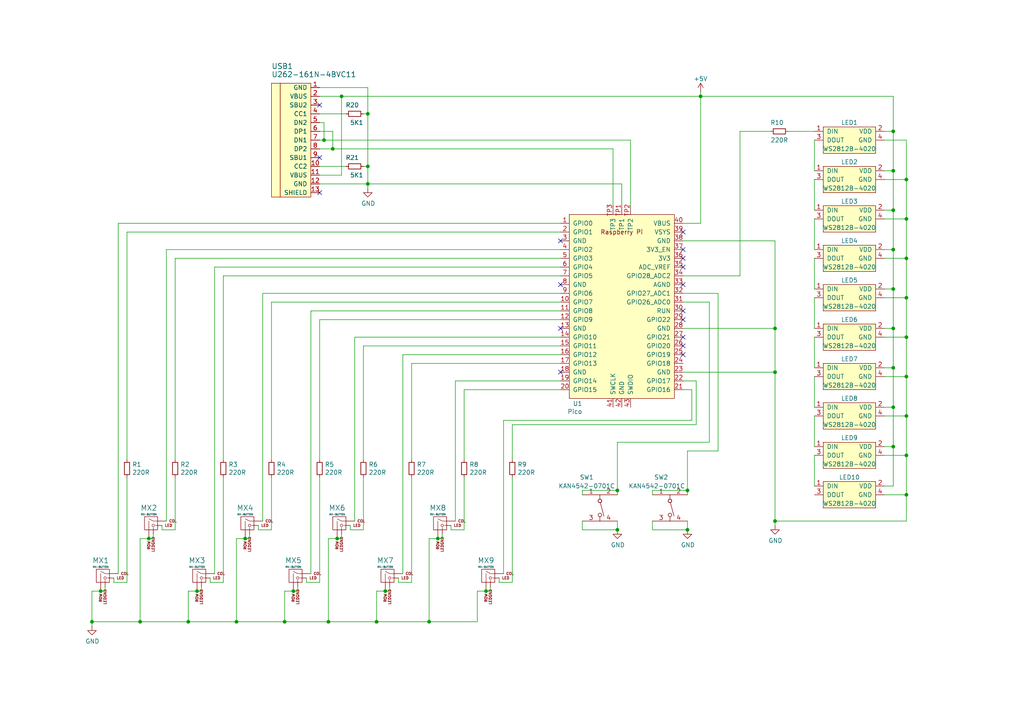
<source format=kicad_sch>
(kicad_sch (version 20211123) (generator eeschema)
  (paper "A4")
  (lib_symbols
    (symbol "Device:R_Small" (pin_numbers hide) (pin_names (offset 0.254) hide)
      (property "Reference" "R" (at 0.762 0.508 0))
      (property "Value" "R_Small" (at 0.762 -1.016 0))
      (symbol "R_Small_0_1"
        (rectangle (start -0.762 1.778) (end 0.762 -1.778) (stroke (width 0.2032)))
      )
      (symbol "R_Small_1_1"
        (pin passive line (at 0 2.54 270) (length 0.762) (name "~") (number "1"))
        (pin passive line (at 0 -2.54 90) (length 0.762) (name "~") (number "2"))
      )
    )
    (symbol "K2-1102SP-C4SC-04:K2-1102SP-C4SC-04" (pin_names (offset 0) hide)
      (property "Reference" "SW" (at 3.81 0 90))
      (property "Value" "K2-1102SP-C4SC-04" (at 0 6.35 0))
      (symbol "K2-1102SP-C4SC-04_0_0"
        (circle (center 0 -2.032) (radius 0.508))
        (polyline (pts (xy 0.127 1.524) (xy 1.1684 -2.3622)))
        (circle (center 0 2.032) (radius 0.508))
        (circle (center 0 2.032) (radius 0.508))
      )
      (symbol "K2-1102SP-C4SC-04_0_1"
        (polyline (pts (xy 0 -2.54) (xy 0 -3.81)))
        (polyline (pts (xy 0 3.81) (xy 0 2.54)))
      )
      (symbol "K2-1102SP-C4SC-04_1_1"
        (pin passive line (at -5.08 3.81 0) (length 5.08) (name "~") (number "1"))
        (pin passive line (at 5.08 3.81 180) (length 5.08) (name "~") (number "2"))
        (pin passive line (at -5.08 -3.81 0) (length 5.08) (name "~") (number "3"))
        (pin passive line (at 5.08 -3.81 180) (length 5.08) (name "~") (number "4"))
      )
    )
    (symbol "MCU_RaspberryPi_and_Boards:Pico" (pin_names (offset 1.016))
      (property "Reference" "U" (at -13.97 27.94 0))
      (property "Value" "Pico" (at 0 19.05 0))
      (symbol "Pico_0_0"
        (text "Raspberry Pi" (at 0 21.59 0) (effects (font (size 1.27 1.27))))
      )
      (symbol "Pico_0_1"
        (rectangle (start -15.24 26.67) (end 15.24 -26.67) (fill (type background)))
      )
      (symbol "Pico_1_1"
        (pin bidirectional line (at -17.78 24.13 0) (length 2.54) (name "GPIO0") (number "1"))
        (pin bidirectional line (at -17.78 1.27 0) (length 2.54) (name "GPIO7") (number "10"))
        (pin bidirectional line (at -17.78 -1.27 0) (length 2.54) (name "GPIO8") (number "11"))
        (pin bidirectional line (at -17.78 -3.81 0) (length 2.54) (name "GPIO9") (number "12"))
        (pin power_in line (at -17.78 -6.35 0) (length 2.54) (name "GND") (number "13"))
        (pin bidirectional line (at -17.78 -8.89 0) (length 2.54) (name "GPIO10") (number "14"))
        (pin bidirectional line (at -17.78 -11.43 0) (length 2.54) (name "GPIO11") (number "15"))
        (pin bidirectional line (at -17.78 -13.97 0) (length 2.54) (name "GPIO12") (number "16"))
        (pin bidirectional line (at -17.78 -16.51 0) (length 2.54) (name "GPIO13") (number "17"))
        (pin power_in line (at -17.78 -19.05 0) (length 2.54) (name "GND") (number "18"))
        (pin bidirectional line (at -17.78 -21.59 0) (length 2.54) (name "GPIO14") (number "19"))
        (pin bidirectional line (at -17.78 21.59 0) (length 2.54) (name "GPIO1") (number "2"))
        (pin bidirectional line (at -17.78 -24.13 0) (length 2.54) (name "GPIO15") (number "20"))
        (pin bidirectional line (at 17.78 -24.13 180) (length 2.54) (name "GPIO16") (number "21"))
        (pin bidirectional line (at 17.78 -21.59 180) (length 2.54) (name "GPIO17") (number "22"))
        (pin power_in line (at 17.78 -19.05 180) (length 2.54) (name "GND") (number "23"))
        (pin bidirectional line (at 17.78 -16.51 180) (length 2.54) (name "GPIO18") (number "24"))
        (pin bidirectional line (at 17.78 -13.97 180) (length 2.54) (name "GPIO19") (number "25"))
        (pin bidirectional line (at 17.78 -11.43 180) (length 2.54) (name "GPIO20") (number "26"))
        (pin bidirectional line (at 17.78 -8.89 180) (length 2.54) (name "GPIO21") (number "27"))
        (pin power_in line (at 17.78 -6.35 180) (length 2.54) (name "GND") (number "28"))
        (pin bidirectional line (at 17.78 -3.81 180) (length 2.54) (name "GPIO22") (number "29"))
        (pin power_in line (at -17.78 19.05 0) (length 2.54) (name "GND") (number "3"))
        (pin input line (at 17.78 -1.27 180) (length 2.54) (name "RUN") (number "30"))
        (pin bidirectional line (at 17.78 1.27 180) (length 2.54) (name "GPIO26_ADC0") (number "31"))
        (pin bidirectional line (at 17.78 3.81 180) (length 2.54) (name "GPIO27_ADC1") (number "32"))
        (pin power_in line (at 17.78 6.35 180) (length 2.54) (name "AGND") (number "33"))
        (pin bidirectional line (at 17.78 8.89 180) (length 2.54) (name "GPIO28_ADC2") (number "34"))
        (pin unspecified line (at 17.78 11.43 180) (length 2.54) (name "ADC_VREF") (number "35"))
        (pin unspecified line (at 17.78 13.97 180) (length 2.54) (name "3V3") (number "36"))
        (pin input line (at 17.78 16.51 180) (length 2.54) (name "3V3_EN") (number "37"))
        (pin bidirectional line (at 17.78 19.05 180) (length 2.54) (name "GND") (number "38"))
        (pin unspecified line (at 17.78 21.59 180) (length 2.54) (name "VSYS") (number "39"))
        (pin bidirectional line (at -17.78 16.51 0) (length 2.54) (name "GPIO2") (number "4"))
        (pin unspecified line (at 17.78 24.13 180) (length 2.54) (name "VBUS") (number "40"))
        (pin input line (at -2.54 -29.21 90) (length 2.54) (name "SWCLK") (number "41"))
        (pin power_in line (at 0 -29.21 90) (length 2.54) (name "GND") (number "42"))
        (pin bidirectional line (at 2.54 -29.21 90) (length 2.54) (name "SWDIO") (number "43"))
        (pin bidirectional line (at -17.78 13.97 0) (length 2.54) (name "GPIO3") (number "5"))
        (pin bidirectional line (at -17.78 11.43 0) (length 2.54) (name "GPIO4") (number "6"))
        (pin bidirectional line (at -17.78 8.89 0) (length 2.54) (name "GPIO5") (number "7"))
        (pin power_in line (at -17.78 6.35 0) (length 2.54) (name "GND") (number "8"))
        (pin bidirectional line (at -17.78 3.81 0) (length 2.54) (name "GPIO6") (number "9"))
        (pin unspecified line (at 0 29.21 270) (length 2.54) (name "TP1") (number "TP1"))
        (pin bidirectional line (at 2.54 29.21 270) (length 2.54) (name "TP2") (number "TP2"))
        (pin bidirectional line (at -2.54 29.21 270) (length 2.54) (name "TP3") (number "TP3"))
      )
    )
    (symbol "MX_Alps_Hybrid:MX-LED" (pin_names (offset 1.016))
      (property "Reference" "MX" (at -0.635 3.81 0))
      (property "Value" "MX-LED" (at -0.635 1.27 0))
      (symbol "MX-LED_0_0"
        (rectangle (start -2.54 2.54) (end 1.27 -1.27))
        (polyline (pts (xy -1.27 -1.27) (xy -1.27 1.27)) (stroke (width 0.127)))
        (polyline (pts (xy 0 -1.27) (xy 0 -0.635)) (stroke (width 0.127)))
        (polyline (pts (xy 1.27 0) (xy 0.635 0)) (stroke (width 0.127)))
        (polyline (pts (xy 1.27 1.27) (xy 0 1.27) (xy -1.27 1.905)) (stroke (width 0.127)))
        (circle (center 0 0) (radius 0.3556) (stroke (width 0.127)))
        (text "COL" (at 5.715 1.27 0) (effects (font (size 0.762 0.762))))
        (text "LED" (at 4.445 0 0) (effects (font (size 0.762 0.762))))
        (text "ROW" (at -1.27 -4.445 900) (effects (font (size 0.762 0.762)) (justify right)))
      )
      (symbol "MX-LED_1_0"
        (text "LEDGND" (at 0 -3.175 900) (effects (font (size 0.762 0.762)) (justify right)))
      )
      (symbol "MX-LED_1_1"
        (pin passive line (at 3.81 1.27 180) (length 2.54) (name "COL") (number "1"))
        (pin passive line (at -1.27 -3.81 90) (length 2.54) (name "ROW") (number "2"))
        (pin input line (at 2.54 0 180) (length 1.27) (name "LED") (number "3"))
        (pin passive line (at 0 -2.54 90) (length 1.27) (name "LEDGND") (number "4"))
      )
    )
    (symbol "Type-C:HRO-TYPE-C-31-M-12" (pin_names (offset 1.016))
      (property "Reference" "USB" (at -5.08 16.51 0))
      (property "Value" "HRO-TYPE-C-31-M-12" (at -10.16 -1.27 90))
      (symbol "HRO-TYPE-C-31-M-12_0_1"
        (rectangle (start -11.43 15.24) (end -8.89 -17.78) (fill (type background)))
        (rectangle (start 0 -17.78) (end -8.89 15.24) (fill (type background)))
      )
      (symbol "HRO-TYPE-C-31-M-12_1_1"
        (pin input line (at 2.54 13.97 180) (length 2.54) (name "GND") (number "1"))
        (pin input line (at 2.54 -8.89 180) (length 2.54) (name "CC2") (number "10"))
        (pin input line (at 2.54 -11.43 180) (length 2.54) (name "VBUS") (number "11"))
        (pin input line (at 2.54 -13.97 180) (length 2.54) (name "GND") (number "12"))
        (pin input line (at 2.54 -16.51 180) (length 2.54) (name "SHIELD") (number "13"))
        (pin input line (at 2.54 11.43 180) (length 2.54) (name "VBUS") (number "2"))
        (pin input line (at 2.54 8.89 180) (length 2.54) (name "SBU2") (number "3"))
        (pin input line (at 2.54 6.35 180) (length 2.54) (name "CC1") (number "4"))
        (pin input line (at 2.54 3.81 180) (length 2.54) (name "DN2") (number "5"))
        (pin input line (at 2.54 1.27 180) (length 2.54) (name "DP1") (number "6"))
        (pin input line (at 2.54 -1.27 180) (length 2.54) (name "DN1") (number "7"))
        (pin input line (at 2.54 -3.81 180) (length 2.54) (name "DP2") (number "8"))
        (pin input line (at 2.54 -6.35 180) (length 2.54) (name "SBU1") (number "9"))
      )
    )
    (symbol "agg-kicad:WS2812B-4020" (pin_names (offset 1.016))
      (property "Reference" "LED" (at -7.62 5.08 0))
      (property "Value" "WS2812B-4020" (at -7.62 -5.08 0))
      (symbol "WS2812B-4020_0_0"
        (pin input line (at 10.16 2.54 180) (length 2.54) (name "DIN") (number "1"))
        (pin power_in line (at -10.16 2.54 0) (length 2.54) (name "VDD") (number "2"))
        (pin output line (at 10.16 0 180) (length 2.54) (name "DOUT") (number "3"))
        (pin power_in line (at -10.16 0 0) (length 2.54) (name "GND") (number "4"))
      )
      (symbol "WS2812B-4020_0_1"
        (rectangle (start -7.62 3.81) (end 7.62 -3.81) (fill (type background)))
      )
    )
    (symbol "power:+5V" (power) (pin_names (offset 0))
      (property "Value" "+5V" (at 0 3.556 0))
      (symbol "+5V_0_1"
        (polyline (pts (xy -0.762 1.27) (xy 0 2.54)))
        (polyline (pts (xy 0 0) (xy 0 2.54)))
        (polyline (pts (xy 0 2.54) (xy 0.762 1.27)))
      )
      (symbol "+5V_1_1"
        (pin power_in line (at 0 0 90) (length 0) hide (name "+5V") (number "1"))
      )
    )
    (symbol "power:GND" (power) (pin_names (offset 0))
      (property "Value" "GND" (at 0 -3.81 0))
      (symbol "GND_0_1"
        (polyline (pts (xy 0 0) (xy 0 -1.27) (xy 1.27 -1.27) (xy 0 -2.54) (xy -1.27 -1.27) (xy 0 -1.27)))
      )
      (symbol "GND_1_1"
        (pin power_in line (at 0 0 270) (length 0) hide (name "GND") (number "1"))
      )
    )
  )
  (junction (at 109.22 180.34))
  (junction (at 40.64 180.34))
  (junction (at 96.52 43.18))
  (junction (at 262.89 86.36))
  (junction (at 111.76 171.45))
  (junction (at 97.79 156.21))
  (junction (at 262.89 97.79))
  (junction (at 179.07 142.24))
  (junction (at 203.2 27.94))
  (junction (at 68.58 180.34))
  (junction (at 259.08 60.96))
  (junction (at 199.39 142.24))
  (junction (at 259.08 106.68))
  (junction (at 259.08 49.53))
  (junction (at 95.25 180.34))
  (junction (at 262.89 143.51))
  (junction (at 99.06 27.94))
  (junction (at 262.89 74.93))
  (junction (at 106.68 53.34))
  (junction (at 262.89 109.22))
  (junction (at 26.67 180.34))
  (junction (at 259.08 129.54))
  (junction (at 54.61 180.34))
  (junction (at 179.07 153.67))
  (junction (at 262.89 52.07))
  (junction (at 43.18 156.21))
  (junction (at 259.08 95.25))
  (junction (at 140.97 171.45))
  (junction (at 71.12 156.21))
  (junction (at 259.08 72.39))
  (junction (at 259.08 118.11))
  (junction (at 259.08 38.1))
  (junction (at 85.09 171.45))
  (junction (at 262.89 132.08))
  (junction (at 82.55 180.34))
  (junction (at 124.46 180.34))
  (junction (at 106.68 48.26))
  (junction (at 259.08 83.82))
  (junction (at 106.68 33.02))
  (junction (at 127 156.21))
  (junction (at 262.89 63.5))
  (junction (at 199.39 153.67))
  (junction (at 29.21 171.45))
  (junction (at 224.79 151.13))
  (junction (at 57.15 171.45))
  (junction (at 224.79 95.25))
  (junction (at 262.89 120.65))
  (junction (at 93.98 40.64))
  (junction (at 224.79 107.95))
  (no_connect (at 92.71 55.88))
  (no_connect (at 92.71 30.48))
  (no_connect (at 92.71 45.72))
  (no_connect (at 198.12 82.55))
  (no_connect (at 198.12 90.17))
  (no_connect (at 198.12 92.71))
  (no_connect (at 198.12 97.79))
  (no_connect (at 198.12 100.33))
  (no_connect (at 198.12 102.87))
  (no_connect (at 198.12 67.31))
  (no_connect (at 198.12 72.39))
  (no_connect (at 198.12 74.93))
  (no_connect (at 198.12 77.47))
  (no_connect (at 162.56 69.85))
  (no_connect (at 162.56 82.55))
  (no_connect (at 162.56 95.25))
  (no_connect (at 162.56 107.95))
  (wire (pts (xy 62.23 77.47) (xy 162.56 77.47)))
  (wire (pts (xy 36.83 67.31) (xy 36.83 133.35)))
  (wire (pts (xy 106.68 25.4) (xy 106.68 33.02)))
  (wire (pts (xy 179.07 153.67) (xy 179.07 151.13)))
  (wire (pts (xy 134.62 113.03) (xy 134.62 133.35)))
  (wire (pts (xy 168.91 151.13) (xy 168.91 153.67)))
  (wire (pts (xy 198.12 107.95) (xy 224.79 107.95)))
  (wire (pts (xy 200.66 113.03) (xy 198.12 113.03)))
  (wire (pts (xy 76.2 85.09) (xy 162.56 85.09)))
  (wire (pts (xy 199.39 153.67) (xy 199.39 151.13)))
  (wire (pts (xy 72.39 156.21) (xy 71.12 156.21)))
  (wire (pts (xy 115.57 167.64) (xy 115.57 168.91)))
  (wire (pts (xy 92.71 40.64) (xy 93.98 40.64)))
  (wire (pts (xy 256.54 95.25) (xy 259.08 95.25)))
  (wire (pts (xy 256.54 49.53) (xy 259.08 49.53)))
  (wire (pts (xy 113.03 170.18) (xy 113.03 171.45)))
  (wire (pts (xy 99.06 50.8) (xy 99.06 27.94)))
  (wire (pts (xy 259.08 72.39) (xy 259.08 83.82)))
  (wire (pts (xy 236.22 132.08) (xy 236.22 140.97)))
  (wire (pts (xy 224.79 69.85) (xy 224.79 95.25)))
  (wire (pts (xy 256.54 120.65) (xy 262.89 120.65)))
  (wire (pts (xy 256.54 74.93) (xy 262.89 74.93)))
  (wire (pts (xy 57.15 171.45) (xy 54.61 171.45)))
  (wire (pts (xy 214.63 38.1) (xy 223.52 38.1)))
  (wire (pts (xy 189.23 151.13) (xy 189.23 153.67)))
  (wire (pts (xy 198.12 87.63) (xy 205.74 87.63)))
  (wire (pts (xy 256.54 52.07) (xy 262.89 52.07)))
  (wire (pts (xy 109.22 171.45) (xy 109.22 180.34)))
  (wire (pts (xy 88.9 168.91) (xy 92.71 168.91)))
  (wire (pts (xy 99.06 154.94) (xy 99.06 156.21)))
  (wire (pts (xy 256.54 83.82) (xy 259.08 83.82)))
  (wire (pts (xy 116.84 102.87) (xy 116.84 166.37)))
  (wire (pts (xy 162.56 72.39) (xy 48.26 72.39)))
  (wire (pts (xy 82.55 171.45) (xy 82.55 180.34)))
  (wire (pts (xy 177.8 43.18) (xy 96.52 43.18)))
  (wire (pts (xy 236.22 74.93) (xy 236.22 83.82)))
  (wire (pts (xy 119.38 105.41) (xy 162.56 105.41)))
  (wire (pts (xy 101.6 153.67) (xy 105.41 153.67)))
  (wire (pts (xy 259.08 49.53) (xy 259.08 60.96)))
  (wire (pts (xy 144.78 167.64) (xy 144.78 168.91)))
  (wire (pts (xy 64.77 80.01) (xy 162.56 80.01)))
  (wire (pts (xy 146.05 121.92) (xy 146.05 166.37)))
  (wire (pts (xy 256.54 132.08) (xy 262.89 132.08)))
  (wire (pts (xy 201.93 110.49) (xy 198.12 110.49)))
  (wire (pts (xy 168.91 153.67) (xy 179.07 153.67)))
  (wire (pts (xy 101.6 152.4) (xy 101.6 153.67)))
  (wire (pts (xy 36.83 138.43) (xy 36.83 168.91)))
  (wire (pts (xy 71.12 156.21) (xy 68.58 156.21)))
  (wire (pts (xy 198.12 80.01) (xy 214.63 80.01)))
  (wire (pts (xy 30.48 170.18) (xy 30.48 171.45)))
  (wire (pts (xy 148.59 123.19) (xy 201.93 123.19)))
  (wire (pts (xy 78.74 87.63) (xy 78.74 133.35)))
  (wire (pts (xy 224.79 151.13) (xy 224.79 152.4)))
  (wire (pts (xy 46.99 152.4) (xy 46.99 153.67)))
  (wire (pts (xy 44.45 156.21) (xy 43.18 156.21)))
  (wire (pts (xy 236.22 63.5) (xy 236.22 72.39)))
  (wire (pts (xy 99.06 156.21) (xy 97.79 156.21)))
  (wire (pts (xy 262.89 151.13) (xy 262.89 143.51)))
  (wire (pts (xy 262.89 74.93) (xy 262.89 86.36)))
  (wire (pts (xy 26.67 181.61) (xy 26.67 180.34)))
  (wire (pts (xy 40.64 156.21) (xy 40.64 180.34)))
  (wire (pts (xy 262.89 97.79) (xy 262.89 109.22)))
  (wire (pts (xy 97.79 156.21) (xy 95.25 156.21)))
  (wire (pts (xy 124.46 180.34) (xy 109.22 180.34)))
  (wire (pts (xy 262.89 109.22) (xy 262.89 120.65)))
  (wire (pts (xy 256.54 72.39) (xy 259.08 72.39)))
  (wire (pts (xy 119.38 105.41) (xy 119.38 133.35)))
  (wire (pts (xy 262.89 52.07) (xy 262.89 63.5)))
  (wire (pts (xy 208.28 85.09) (xy 208.28 130.81)))
  (wire (pts (xy 105.41 100.33) (xy 162.56 100.33)))
  (wire (pts (xy 93.98 35.56) (xy 93.98 40.64)))
  (wire (pts (xy 199.39 142.24) (xy 199.39 143.51)))
  (wire (pts (xy 92.71 92.71) (xy 92.71 133.35)))
  (wire (pts (xy 105.41 138.43) (xy 105.41 153.67)))
  (wire (pts (xy 236.22 52.07) (xy 236.22 60.96)))
  (wire (pts (xy 33.02 167.64) (xy 33.02 168.91)))
  (wire (pts (xy 182.88 40.64) (xy 93.98 40.64)))
  (wire (pts (xy 256.54 143.51) (xy 262.89 143.51)))
  (wire (pts (xy 179.07 142.24) (xy 179.07 143.51)))
  (wire (pts (xy 26.67 180.34) (xy 26.67 171.45)))
  (wire (pts (xy 124.46 156.21) (xy 124.46 180.34)))
  (wire (pts (xy 72.39 154.94) (xy 72.39 156.21)))
  (wire (pts (xy 214.63 38.1) (xy 214.63 80.01)))
  (wire (pts (xy 92.71 53.34) (xy 106.68 53.34)))
  (wire (pts (xy 96.52 38.1) (xy 96.52 43.18)))
  (wire (pts (xy 228.6 38.1) (xy 236.22 38.1)))
  (wire (pts (xy 34.29 64.77) (xy 34.29 166.37)))
  (wire (pts (xy 262.89 63.5) (xy 262.89 74.93)))
  (wire (pts (xy 256.54 118.11) (xy 259.08 118.11)))
  (wire (pts (xy 46.99 153.67) (xy 50.8 153.67)))
  (wire (pts (xy 88.9 167.64) (xy 88.9 168.91)))
  (wire (pts (xy 26.67 171.45) (xy 29.21 171.45)))
  (wire (pts (xy 182.88 59.69) (xy 182.88 40.64)))
  (wire (pts (xy 64.77 80.01) (xy 64.77 133.35)))
  (wire (pts (xy 40.64 180.34) (xy 54.61 180.34)))
  (wire (pts (xy 180.34 59.69) (xy 180.34 53.34)))
  (wire (pts (xy 105.41 100.33) (xy 105.41 133.35)))
  (wire (pts (xy 262.89 86.36) (xy 262.89 97.79)))
  (wire (pts (xy 259.08 60.96) (xy 259.08 72.39)))
  (wire (pts (xy 256.54 38.1) (xy 259.08 38.1)))
  (wire (pts (xy 208.28 130.81) (xy 199.39 130.81)))
  (wire (pts (xy 138.43 180.34) (xy 124.46 180.34)))
  (wire (pts (xy 68.58 180.34) (xy 54.61 180.34)))
  (wire (pts (xy 259.08 129.54) (xy 259.08 140.97)))
  (wire (pts (xy 62.23 77.47) (xy 62.23 166.37)))
  (wire (pts (xy 256.54 129.54) (xy 259.08 129.54)))
  (wire (pts (xy 44.45 154.94) (xy 44.45 156.21)))
  (wire (pts (xy 201.93 123.19) (xy 201.93 110.49)))
  (wire (pts (xy 92.71 50.8) (xy 99.06 50.8)))
  (wire (pts (xy 40.64 156.21) (xy 43.18 156.21)))
  (wire (pts (xy 99.06 27.94) (xy 203.2 27.94)))
  (wire (pts (xy 256.54 106.68) (xy 259.08 106.68)))
  (wire (pts (xy 259.08 38.1) (xy 259.08 49.53)))
  (wire (pts (xy 262.89 132.08) (xy 262.89 143.51)))
  (wire (pts (xy 92.71 43.18) (xy 96.52 43.18)))
  (wire (pts (xy 138.43 171.45) (xy 138.43 180.34)))
  (wire (pts (xy 200.66 121.92) (xy 146.05 121.92)))
  (wire (pts (xy 236.22 86.36) (xy 236.22 95.25)))
  (wire (pts (xy 262.89 120.65) (xy 262.89 132.08)))
  (wire (pts (xy 58.42 171.45) (xy 57.15 171.45)))
  (wire (pts (xy 130.81 152.4) (xy 130.81 153.67)))
  (wire (pts (xy 189.23 153.67) (xy 199.39 153.67)))
  (wire (pts (xy 76.2 85.09) (xy 76.2 151.13)))
  (wire (pts (xy 162.56 64.77) (xy 34.29 64.77)))
  (wire (pts (xy 142.24 171.45) (xy 140.97 171.45)))
  (wire (pts (xy 92.71 48.26) (xy 100.33 48.26)))
  (wire (pts (xy 224.79 107.95) (xy 224.79 151.13)))
  (wire (pts (xy 256.54 97.79) (xy 262.89 97.79)))
  (wire (pts (xy 142.24 170.18) (xy 142.24 171.45)))
  (wire (pts (xy 177.8 59.69) (xy 177.8 43.18)))
  (wire (pts (xy 64.77 138.43) (xy 64.77 168.91)))
  (wire (pts (xy 132.08 110.49) (xy 162.56 110.49)))
  (wire (pts (xy 92.71 33.02) (xy 100.33 33.02)))
  (wire (pts (xy 189.23 143.51) (xy 189.23 142.24)))
  (wire (pts (xy 78.74 87.63) (xy 162.56 87.63)))
  (wire (pts (xy 168.91 142.24) (xy 179.07 142.24)))
  (wire (pts (xy 236.22 120.65) (xy 236.22 129.54)))
  (wire (pts (xy 128.27 156.21) (xy 127 156.21)))
  (wire (pts (xy 74.93 153.67) (xy 78.74 153.67)))
  (wire (pts (xy 106.68 48.26) (xy 105.41 48.26)))
  (wire (pts (xy 109.22 180.34) (xy 95.25 180.34)))
  (wire (pts (xy 36.83 67.31) (xy 162.56 67.31)))
  (wire (pts (xy 180.34 53.34) (xy 106.68 53.34)))
  (wire (pts (xy 113.03 171.45) (xy 111.76 171.45)))
  (wire (pts (xy 58.42 170.18) (xy 58.42 171.45)))
  (wire (pts (xy 259.08 83.82) (xy 259.08 95.25)))
  (wire (pts (xy 92.71 25.4) (xy 106.68 25.4)))
  (wire (pts (xy 92.71 27.94) (xy 99.06 27.94)))
  (wire (pts (xy 162.56 97.79) (xy 102.87 97.79)))
  (wire (pts (xy 236.22 40.64) (xy 236.22 49.53)))
  (wire (pts (xy 111.76 171.45) (xy 109.22 171.45)))
  (wire (pts (xy 236.22 109.22) (xy 236.22 118.11)))
  (wire (pts (xy 199.39 130.81) (xy 199.39 142.24)))
  (wire (pts (xy 115.57 168.91) (xy 119.38 168.91)))
  (wire (pts (xy 256.54 40.64) (xy 262.89 40.64)))
  (wire (pts (xy 60.96 168.91) (xy 64.77 168.91)))
  (wire (pts (xy 119.38 138.43) (xy 119.38 168.91)))
  (wire (pts (xy 224.79 95.25) (xy 224.79 107.95)))
  (wire (pts (xy 259.08 106.68) (xy 259.08 118.11)))
  (wire (pts (xy 162.56 113.03) (xy 134.62 113.03)))
  (wire (pts (xy 256.54 86.36) (xy 262.89 86.36)))
  (wire (pts (xy 54.61 171.45) (xy 54.61 180.34)))
  (wire (pts (xy 86.36 170.18) (xy 86.36 171.45)))
  (wire (pts (xy 262.89 40.64) (xy 262.89 52.07)))
  (wire (pts (xy 128.27 154.94) (xy 128.27 156.21)))
  (wire (pts (xy 198.12 69.85) (xy 224.79 69.85)))
  (wire (pts (xy 140.97 171.45) (xy 138.43 171.45)))
  (wire (pts (xy 198.12 95.25) (xy 224.79 95.25)))
  (wire (pts (xy 90.17 90.17) (xy 162.56 90.17)))
  (wire (pts (xy 106.68 33.02) (xy 106.68 48.26)))
  (wire (pts (xy 236.22 97.79) (xy 236.22 106.68)))
  (wire (pts (xy 50.8 74.93) (xy 162.56 74.93)))
  (wire (pts (xy 127 156.21) (xy 124.46 156.21)))
  (wire (pts (xy 132.08 151.13) (xy 132.08 110.49)))
  (wire (pts (xy 106.68 53.34) (xy 106.68 54.61)))
  (wire (pts (xy 259.08 27.94) (xy 203.2 27.94)))
  (wire (pts (xy 224.79 151.13) (xy 262.89 151.13)))
  (wire (pts (xy 82.55 180.34) (xy 68.58 180.34)))
  (wire (pts (xy 148.59 168.91) (xy 148.59 138.43)))
  (wire (pts (xy 90.17 90.17) (xy 90.17 166.37)))
  (wire (pts (xy 148.59 133.35) (xy 148.59 123.19)))
  (wire (pts (xy 92.71 138.43) (xy 92.71 168.91)))
  (wire (pts (xy 259.08 95.25) (xy 259.08 106.68)))
  (wire (pts (xy 26.67 180.34) (xy 40.64 180.34)))
  (wire (pts (xy 86.36 171.45) (xy 85.09 171.45)))
  (wire (pts (xy 68.58 156.21) (xy 68.58 180.34)))
  (wire (pts (xy 30.48 171.45) (xy 29.21 171.45)))
  (wire (pts (xy 33.02 168.91) (xy 36.83 168.91)))
  (wire (pts (xy 259.08 38.1) (xy 259.08 27.94)))
  (wire (pts (xy 92.71 92.71) (xy 162.56 92.71)))
  (wire (pts (xy 256.54 63.5) (xy 262.89 63.5)))
  (wire (pts (xy 189.23 142.24) (xy 199.39 142.24)))
  (wire (pts (xy 256.54 140.97) (xy 259.08 140.97)))
  (wire (pts (xy 168.91 143.51) (xy 168.91 142.24)))
  (wire (pts (xy 203.2 27.94) (xy 203.2 26.67)))
  (wire (pts (xy 256.54 60.96) (xy 259.08 60.96)))
  (wire (pts (xy 60.96 167.64) (xy 60.96 168.91)))
  (wire (pts (xy 92.71 38.1) (xy 96.52 38.1)))
  (wire (pts (xy 106.68 48.26) (xy 106.68 53.34)))
  (wire (pts (xy 205.74 128.27) (xy 179.07 128.27)))
  (wire (pts (xy 50.8 138.43) (xy 50.8 153.67)))
  (wire (pts (xy 92.71 35.56) (xy 93.98 35.56)))
  (wire (pts (xy 102.87 97.79) (xy 102.87 151.13)))
  (wire (pts (xy 162.56 102.87) (xy 116.84 102.87)))
  (wire (pts (xy 106.68 33.02) (xy 105.41 33.02)))
  (wire (pts (xy 130.81 153.67) (xy 134.62 153.67)))
  (wire (pts (xy 198.12 64.77) (xy 203.2 64.77)))
  (wire (pts (xy 198.12 85.09) (xy 208.28 85.09)))
  (wire (pts (xy 74.93 152.4) (xy 74.93 153.67)))
  (wire (pts (xy 48.26 72.39) (xy 48.26 151.13)))
  (wire (pts (xy 256.54 109.22) (xy 262.89 109.22)))
  (wire (pts (xy 85.09 171.45) (xy 82.55 171.45)))
  (wire (pts (xy 203.2 27.94) (xy 203.2 64.77)))
  (wire (pts (xy 95.25 156.21) (xy 95.25 180.34)))
  (wire (pts (xy 50.8 74.93) (xy 50.8 133.35)))
  (wire (pts (xy 259.08 118.11) (xy 259.08 129.54)))
  (wire (pts (xy 144.78 168.91) (xy 148.59 168.91)))
  (wire (pts (xy 134.62 138.43) (xy 134.62 153.67)))
  (wire (pts (xy 78.74 138.43) (xy 78.74 153.67)))
  (wire (pts (xy 179.07 128.27) (xy 179.07 142.24)))
  (wire (pts (xy 95.25 180.34) (xy 82.55 180.34)))
  (wire (pts (xy 200.66 113.03) (xy 200.66 121.92)))
  (wire (pts (xy 205.74 87.63) (xy 205.74 128.27)))
  (symbol (lib_id "MCU_RaspberryPi_and_Boards:Pico") (at 180.34 88.9 0) (unit 1)
    (property "Reference" "U1" (at 168.91 117.0686 0) (effects (justify right)))
    (property "Value" "Pico" (at 168.91 119.38 0) (effects (justify right)))
    (property "Footprint" "MCU_RaspberryPi_and_Boards:RPi_Pico_SMD" (effects hide))
  )
  (symbol (lib_id "MX_Alps_Hybrid:MX-LED") (at 30.48 167.64 0) (unit 1)
    (property "Reference" "MX1" (at 29.21 162.56 0) (effects (font (size 1.524 1.524))))
    (property "Value" "MX-BUTTON" (at 29.21 164.4396 0) (effects (font (size 0.508 0.508))))
    (property "Footprint" "MX_Only:MXOnly-Popn_Button-Hotswap-LED" (effects hide))
    (property "LCSC" "C440444" (effects hide))
  )
  (symbol (lib_id "MX_Alps_Hybrid:MX-LED") (at 44.45 152.4 0) (unit 1)
    (property "Reference" "MX2" (at 43.18 147.32 0) (effects (font (size 1.524 1.524))))
    (property "Value" "MX-BUTTON" (at 43.18 149.1996 0) (effects (font (size 0.508 0.508))))
    (property "Footprint" "MX_Only:MXOnly-Popn_Button-Hotswap-LED" (effects hide))
    (property "LCSC" "C26545" (effects hide))
  )
  (symbol (lib_id "MX_Alps_Hybrid:MX-LED") (at 58.42 167.64 0) (unit 1)
    (property "Reference" "MX3" (at 57.15 162.56 0) (effects (font (size 1.524 1.524))))
    (property "Value" "MX-BUTTON" (at 57.15 164.4396 0) (effects (font (size 0.508 0.508))))
    (property "Footprint" "MX_Only:MXOnly-Popn_Button-Hotswap-LED" (effects hide))
    (property "LCSC" "C26545" (effects hide))
  )
  (symbol (lib_id "MX_Alps_Hybrid:MX-LED") (at 72.39 152.4 0) (unit 1)
    (property "Reference" "MX4" (at 71.12 147.32 0) (effects (font (size 1.524 1.524))))
    (property "Value" "MX-BUTTON" (at 71.12 149.1996 0) (effects (font (size 0.508 0.508))))
    (property "Footprint" "MX_Only:MXOnly-Popn_Button-Hotswap-LED" (effects hide))
    (property "LCSC" "C26545" (effects hide))
  )
  (symbol (lib_id "MX_Alps_Hybrid:MX-LED") (at 86.36 167.64 0) (unit 1)
    (property "Reference" "MX5" (at 85.09 162.56 0) (effects (font (size 1.524 1.524))))
    (property "Value" "MX-BUTTON" (at 85.09 164.4396 0) (effects (font (size 0.508 0.508))))
    (property "Footprint" "MX_Only:MXOnly-Popn_Button-Hotswap-LED" (effects hide))
    (property "LCSC" "C26545" (effects hide))
  )
  (symbol (lib_id "MX_Alps_Hybrid:MX-LED") (at 99.06 152.4 0) (unit 1)
    (property "Reference" "MX6" (at 97.79 147.32 0) (effects (font (size 1.524 1.524))))
    (property "Value" "MX-BUTTON" (at 97.79 149.1996 0) (effects (font (size 0.508 0.508))))
    (property "Footprint" "MX_Only:MXOnly-Popn_Button-Hotswap-LED" (effects hide))
    (property "LCSC" "C440441" (effects hide))
  )
  (symbol (lib_id "MX_Alps_Hybrid:MX-LED") (at 113.03 167.64 0) (unit 1)
    (property "Reference" "MX7" (at 111.76 162.56 0) (effects (font (size 1.524 1.524))))
    (property "Value" "MX-BUTTON" (at 111.76 164.4396 0) (effects (font (size 0.508 0.508))))
    (property "Footprint" "MX_Only:MXOnly-Popn_Button-Hotswap-LED" (effects hide))
    (property "LCSC" "C440441" (effects hide))
  )
  (symbol (lib_id "Type-C:HRO-TYPE-C-31-M-12") (at 90.17 39.37 0) (unit 1)
    (property "Reference" "USB1" (at 78.74 19.2024 0) (effects (font (size 1.524 1.524)) (justify left)))
    (property "Value" "U262-161N-4BVC11" (at 78.74 21.59 0) (effects (font (size 1.524 1.524)) (justify left)))
    (property "Footprint" "Type-C:HRO-TYPE-C-31-M-12-Assembly" (effects hide))
    (property "LCSC" "C319148" (effects hide))
  )
  (symbol (lib_id "power:GND") (at 106.68 54.61 0) (unit 1)
    (property "Reference" "#PWR0112" (effects hide))
    (property "Value" "GND" (at 106.807 59.0042 0))
  )
  (symbol (lib_id "power:+5V") (at 203.2 26.67 0) (unit 1)
    (property "Reference" "#PWR0114" (effects hide))
    (property "Value" "+5V" (at 203.2 22.86 0))
  )
  (symbol (lib_id "Device:R_Small") (at 102.87 48.26 90) (unit 1)
    (property "Reference" "R21" (at 104.14 45.72 90) (effects (justify left)))
    (property "Value" "5K1" (at 105.41 50.8 90) (effects (justify left)))
    (property "Footprint" "Resistor_SMD:R_0603_1608Metric" (effects hide))
    (property "LCSC" "C23186" (effects hide))
  )
  (symbol (lib_id "Device:R_Small") (at 102.87 33.02 90) (unit 1)
    (property "Reference" "R20" (at 104.14 30.48 90) (effects (justify left)))
    (property "Value" "5K1" (at 105.41 35.56 90) (effects (justify left)))
    (property "Footprint" "Resistor_SMD:R_0603_1608Metric" (effects hide))
    (property "LCSC" "C23186" (effects hide))
  )
  (symbol (lib_id "Device:R_Small") (at 226.06 38.1 90) (unit 1)
    (property "Reference" "R10" (at 227.33 35.56 90) (effects (justify left)))
    (property "Value" "220R" (at 228.6 40.64 90) (effects (justify left)))
    (property "Footprint" "Resistor_SMD:R_0603_1608Metric" (effects hide))
    (property "LCSC" "C22962" (effects hide))
  )
  (symbol (lib_id "K2-1102SP-C4SC-04:K2-1102SP-C4SC-04") (at 173.99 147.32 0) (unit 1)
    (property "Reference" "SW1" (at 170.18 138.43 0))
    (property "Value" "KAN4542-0701C" (at 170.18 140.97 0))
    (property "Footprint" "K2-1102SP-C4SC-04:KAN4542-0701C" (effects hide))
    (property "LCSC" "C231726" (effects hide))
  )
  (symbol (lib_id "K2-1102SP-C4SC-04:K2-1102SP-C4SC-04") (at 194.31 147.32 0) (unit 1)
    (property "Reference" "SW2" (at 191.77 138.43 0))
    (property "Value" "KAN4542-0701C" (at 190.5 140.97 0))
    (property "Footprint" "K2-1102SP-C4SC-04:KAN4542-0701C" (effects hide))
    (property "LCSC" "C231726" (effects hide))
  )
  (symbol (lib_id "power:GND") (at 224.79 152.4 0) (unit 1)
    (property "Reference" "#PWR0103" (effects hide))
    (property "Value" "GND" (at 224.917 156.7942 0))
  )
  (symbol (lib_id "MX_Alps_Hybrid:MX-LED") (at 142.24 167.64 0) (unit 1)
    (property "Reference" "MX9" (at 140.97 162.56 0) (effects (font (size 1.524 1.524))))
    (property "Value" "MX-BUTTON" (at 140.97 164.4396 0) (effects (font (size 0.508 0.508))))
    (property "Footprint" "MX_Only:MXOnly-Popn_Button-Hotswap-LED" (effects hide))
    (property "LCSC" "C440441" (effects hide))
  )
  (symbol (lib_id "power:GND") (at 199.39 153.67 0) (unit 1)
    (property "Reference" "#PWR0104" (effects hide))
    (property "Value" "GND" (at 199.517 158.0642 0))
  )
  (symbol (lib_id "Device:R_Small") (at 78.74 135.89 0) (unit 1)
    (property "Reference" "R4" (at 80.2386 134.7216 0) (effects (justify left)))
    (property "Value" "220R" (at 80.2386 137.033 0) (effects (justify left)))
    (property "Footprint" "Resistor_SMD:R_0603_1608Metric" (effects hide))
    (property "LCSC" "C22962" (effects hide))
  )
  (symbol (lib_id "agg-kicad:WS2812B-4020") (at 246.38 132.08 0) (mirror y) (unit 1)
    (property "Reference" "LED9" (at 246.38 127 0))
    (property "Value" "WS2812B-4020" (at 246.38 134.62 0))
    (property "Footprint" "agg:WS2812B-4020" (effects hide))
    (property "Datasheet" "https://datasheet.lcsc.com/szlcsc/2012110135_Worldsemi-WS2812B-4020_C965557.pdf" (effects hide))
  )
  (symbol (lib_id "agg-kicad:WS2812B-4020") (at 246.38 120.65 0) (mirror y) (unit 1)
    (property "Reference" "LED8" (at 246.38 115.57 0))
    (property "Value" "WS2812B-4020" (at 246.38 123.19 0))
    (property "Footprint" "agg:WS2812B-4020" (effects hide))
    (property "Datasheet" "https://datasheet.lcsc.com/szlcsc/2012110135_Worldsemi-WS2812B-4020_C965557.pdf" (effects hide))
  )
  (symbol (lib_id "Device:R_Small") (at 148.59 135.89 0) (unit 1)
    (property "Reference" "R9" (at 150.0886 134.7216 0) (effects (justify left)))
    (property "Value" "220R" (at 150.0886 137.033 0) (effects (justify left)))
    (property "Footprint" "Resistor_SMD:R_0603_1608Metric" (effects hide))
    (property "LCSC" "C22962" (effects hide))
  )
  (symbol (lib_id "agg-kicad:WS2812B-4020") (at 246.38 63.5 0) (mirror y) (unit 1)
    (property "Reference" "LED3" (at 246.38 58.42 0))
    (property "Value" "WS2812B-4020" (at 246.38 66.04 0))
    (property "Footprint" "agg:WS2812B-4020" (effects hide))
    (property "Datasheet" "https://datasheet.lcsc.com/szlcsc/2012110135_Worldsemi-WS2812B-4020_C965557.pdf" (effects hide))
  )
  (symbol (lib_id "agg-kicad:WS2812B-4020") (at 246.38 74.93 0) (mirror y) (unit 1)
    (property "Reference" "LED4" (at 246.38 69.85 0))
    (property "Value" "WS2812B-4020" (at 246.38 77.47 0))
    (property "Footprint" "agg:WS2812B-4020" (effects hide))
    (property "Datasheet" "https://datasheet.lcsc.com/szlcsc/2012110135_Worldsemi-WS2812B-4020_C965557.pdf" (effects hide))
  )
  (symbol (lib_id "Device:R_Small") (at 64.77 135.89 0) (unit 1)
    (property "Reference" "R3" (at 66.2686 134.7216 0) (effects (justify left)))
    (property "Value" "220R" (at 66.2686 137.033 0) (effects (justify left)))
    (property "Footprint" "Resistor_SMD:R_0603_1608Metric" (effects hide))
    (property "LCSC" "C22962" (effects hide))
  )
  (symbol (lib_id "Device:R_Small") (at 105.41 135.89 0) (unit 1)
    (property "Reference" "R6" (at 106.9086 134.7216 0) (effects (justify left)))
    (property "Value" "220R" (at 106.9086 137.033 0) (effects (justify left)))
    (property "Footprint" "Resistor_SMD:R_0603_1608Metric" (effects hide))
    (property "LCSC" "C22962" (effects hide))
  )
  (symbol (lib_id "MX_Alps_Hybrid:MX-LED") (at 128.27 152.4 0) (unit 1)
    (property "Reference" "MX8" (at 127 147.32 0) (effects (font (size 1.524 1.524))))
    (property "Value" "MX-BUTTON" (at 127 149.1996 0) (effects (font (size 0.508 0.508))))
    (property "Footprint" "MX_Only:MXOnly-Popn_Button-Hotswap-LED" (effects hide))
    (property "LCSC" "C440441" (effects hide))
  )
  (symbol (lib_id "Device:R_Small") (at 134.62 135.89 0) (unit 1)
    (property "Reference" "R8" (at 136.1186 134.7216 0) (effects (justify left)))
    (property "Value" "220R" (at 136.1186 137.033 0) (effects (justify left)))
    (property "Footprint" "Resistor_SMD:R_0603_1608Metric" (effects hide))
    (property "LCSC" "C22962" (effects hide))
  )
  (symbol (lib_id "agg-kicad:WS2812B-4020") (at 246.38 40.64 0) (mirror y) (unit 1)
    (property "Reference" "LED1" (at 246.38 35.56 0))
    (property "Value" "WS2812B-4020" (at 246.38 43.18 0))
    (property "Footprint" "agg:WS2812B-4020" (effects hide))
    (property "Datasheet" "https://datasheet.lcsc.com/szlcsc/2012110135_Worldsemi-WS2812B-4020_C965557.pdf" (effects hide))
  )
  (symbol (lib_id "agg-kicad:WS2812B-4020") (at 246.38 143.51 0) (mirror y) (unit 1)
    (property "Reference" "LED10" (at 246.38 138.43 0))
    (property "Value" "WS2812B-4020" (at 246.38 146.05 0))
    (property "Footprint" "agg:WS2812B-4020" (effects hide))
    (property "Datasheet" "https://datasheet.lcsc.com/szlcsc/2012110135_Worldsemi-WS2812B-4020_C965557.pdf" (effects hide))
  )
  (symbol (lib_id "agg-kicad:WS2812B-4020") (at 246.38 109.22 0) (mirror y) (unit 1)
    (property "Reference" "LED7" (at 246.38 104.14 0))
    (property "Value" "WS2812B-4020" (at 246.38 111.76 0))
    (property "Footprint" "agg:WS2812B-4020" (effects hide))
    (property "Datasheet" "https://datasheet.lcsc.com/szlcsc/2012110135_Worldsemi-WS2812B-4020_C965557.pdf" (effects hide))
  )
  (symbol (lib_id "agg-kicad:WS2812B-4020") (at 246.38 97.79 0) (mirror y) (unit 1)
    (property "Reference" "LED6" (at 246.38 92.71 0))
    (property "Value" "WS2812B-4020" (at 246.38 100.33 0))
    (property "Footprint" "agg:WS2812B-4020" (effects hide))
    (property "Datasheet" "https://datasheet.lcsc.com/szlcsc/2012110135_Worldsemi-WS2812B-4020_C965557.pdf" (effects hide))
  )
  (symbol (lib_id "power:GND") (at 179.07 153.67 0) (unit 1)
    (property "Reference" "#PWR0102" (effects hide))
    (property "Value" "GND" (at 179.197 158.0642 0))
  )
  (symbol (lib_id "Device:R_Small") (at 92.71 135.89 0) (unit 1)
    (property "Reference" "R5" (at 94.2086 134.7216 0) (effects (justify left)))
    (property "Value" "220R" (at 94.2086 137.033 0) (effects (justify left)))
    (property "Footprint" "Resistor_SMD:R_0603_1608Metric" (effects hide))
    (property "LCSC" "C22962" (effects hide))
  )
  (symbol (lib_id "agg-kicad:WS2812B-4020") (at 246.38 52.07 0) (mirror y) (unit 1)
    (property "Reference" "LED2" (at 246.38 46.99 0))
    (property "Value" "WS2812B-4020" (at 246.38 54.61 0))
    (property "Footprint" "agg:WS2812B-4020" (effects hide))
    (property "Datasheet" "https://datasheet.lcsc.com/szlcsc/2012110135_Worldsemi-WS2812B-4020_C965557.pdf" (effects hide))
  )
  (symbol (lib_id "Device:R_Small") (at 119.38 135.89 0) (unit 1)
    (property "Reference" "R7" (at 120.8786 134.7216 0) (effects (justify left)))
    (property "Value" "220R" (at 120.8786 137.033 0) (effects (justify left)))
    (property "Footprint" "Resistor_SMD:R_0603_1608Metric" (effects hide))
    (property "LCSC" "C22962" (effects hide))
  )
  (symbol (lib_id "Device:R_Small") (at 36.83 135.89 0) (unit 1)
    (property "Reference" "R1" (at 38.3286 134.7216 0) (effects (justify left)))
    (property "Value" "220R" (at 38.3286 137.033 0) (effects (justify left)))
    (property "Footprint" "Resistor_SMD:R_0603_1608Metric" (effects hide))
    (property "LCSC" "C22962" (effects hide))
  )
  (symbol (lib_id "power:GND") (at 26.67 181.61 0) (unit 1)
    (property "Reference" "#PWR0101" (effects hide))
    (property "Value" "GND" (at 26.797 186.0042 0))
  )
  (symbol (lib_id "agg-kicad:WS2812B-4020") (at 246.38 86.36 0) (mirror y) (unit 1)
    (property "Reference" "LED5" (at 246.38 81.28 0))
    (property "Value" "WS2812B-4020" (at 246.38 88.9 0))
    (property "Footprint" "agg:WS2812B-4020" (effects hide))
    (property "Datasheet" "https://datasheet.lcsc.com/szlcsc/2012110135_Worldsemi-WS2812B-4020_C965557.pdf" (effects hide))
  )
  (symbol (lib_id "Device:R_Small") (at 50.8 135.89 0) (unit 1)
    (property "Reference" "R2" (at 52.2986 134.7216 0) (effects (justify left)))
    (property "Value" "220R" (at 52.2986 137.033 0) (effects (justify left)))
    (property "Footprint" "Resistor_SMD:R_0603_1608Metric" (effects hide))
    (property "LCSC" "C22962" (effects hide))
  )
)
</source>
